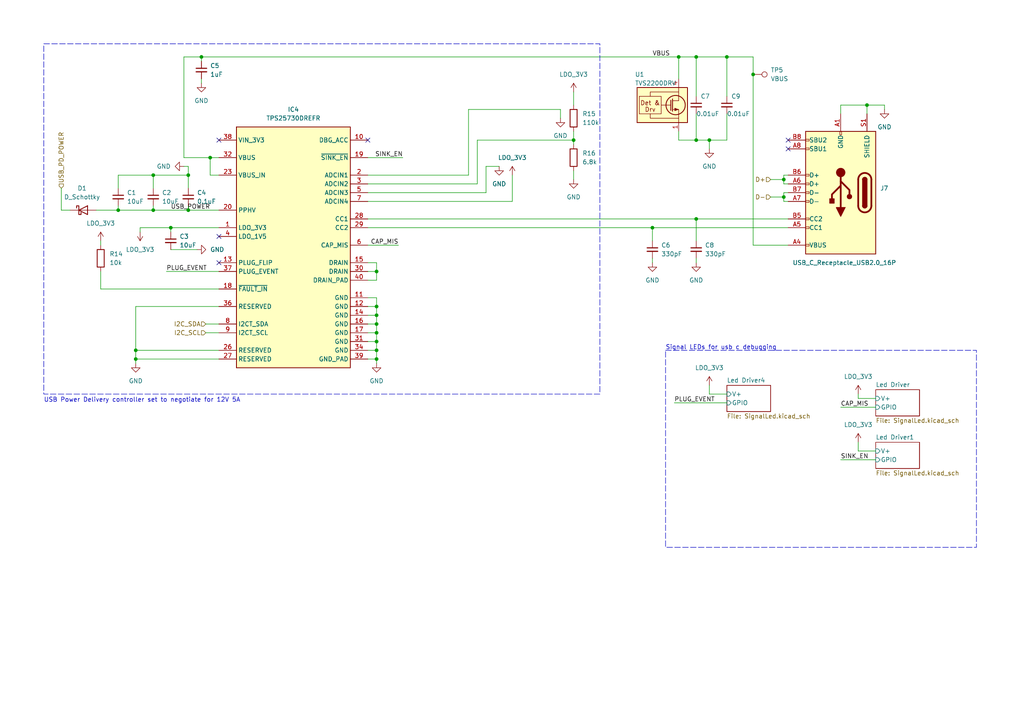
<source format=kicad_sch>
(kicad_sch (version 20230121) (generator eeschema)
  (paper "A4")
  (title_block (title "ESPHome All in One Dev kit"))
  (lib_symbols
    (symbol "ComponentSearch:LDO_3V3" (power) (pin_names (offset 0))
      (property "Value" "LDO_3V3" (at 0 3.556 0))
      (symbol "LDO_3V3_0_1"
        (polyline (pts (xy -0.762 1.27) (xy 0 2.54)))
        (polyline (pts (xy 0 0) (xy 0 2.54)))
        (polyline (pts (xy 0 2.54) (xy 0.762 1.27)))
      )
      (symbol "LDO_3V3_1_1"
        (pin power_in line (at 0 0 90) (length 0) hide (name "LDO_3V3") (number "1"))
      )
    )
    (symbol "ComponentSearch:TPS25730DREFR_updated"
      (property "Reference" "IC" (at 7.62 -17.78 0))
      (property "Value" "TPS25730DREFR" (at 7.62 -20.32 0))
      (symbol "TPS25730DREFR_updated_1_0"
        (pin passive line (at 2.54 -46.99 0) (length 2.54) hide (name "PPHV") (number "21"))
        (pin passive line (at 2.54 -46.99 0) (length 2.54) hide (name "PPHV") (number "22"))
        (pin passive line (at 2.54 -36.83 0) (length 2.54) hide (name "VBUS_IN") (number "24"))
        (pin passive line (at 2.54 -36.83 0) (length 2.54) hide (name "VBUS_IN") (number "25"))
        (pin passive line (at 2.54 -31.75 0) (length 2.54) hide (name "VBUS") (number "33"))
        (pin passive line (at 45.72 -87.63 180) (length 2.54) hide (name "GND") (number "35"))
        (pin passive line (at 2.54 -46.99 0) (length 2.54) hide (name "PPHV") (number "41"))
        (pin passive line (at 2.54 -36.83 0) (length 2.54) hide (name "VBUS_IN") (number "42"))
        (pin passive line (at 2.54 -31.75 0) (length 2.54) hide (name "VBUS") (number "43"))
        (pin passive line (at 45.72 -85.09 180) (length 2.54) hide (name "GND") (number "44"))
      )
      (symbol "TPS25730DREFR_updated_1_1"
        (rectangle (start 7.62 -22.86) (end 40.64 -92.71) (stroke (width 0.254)) (fill (type background)))
        (pin power_out line (at 2.54 -52.07 0) (length 5.08) (name "LDO_3V3") (number "1"))
        (pin passive line (at 45.72 -26.67 180) (length 5.08) (name "DBG_ACC") (number "10"))
        (pin passive line (at 45.72 -72.39 180) (length 5.08) (name "GND") (number "11"))
        (pin passive line (at 45.72 -74.93 180) (length 5.08) (name "GND") (number "12"))
        (pin passive line (at 2.54 -62.23 0) (length 5.08) (name "PLUG_FLIP") (number "13"))
        (pin passive line (at 45.72 -77.47 180) (length 5.08) (name "GND") (number "14"))
        (pin passive line (at 45.72 -62.23 180) (length 5.08) (name "DRAIN") (number "15"))
        (pin passive line (at 45.72 -80.01 180) (length 5.08) (name "GND") (number "16"))
        (pin passive line (at 45.72 -82.55 180) (length 5.08) (name "GND") (number "17"))
        (pin passive line (at 2.54 -69.85 0) (length 5.08) (name "~{FAULT_IN}") (number "18"))
        (pin passive line (at 45.72 -31.75 180) (length 5.08) (name "~{SINK_EN}") (number "19"))
        (pin passive line (at 45.72 -36.83 180) (length 5.08) (name "ADCIN1") (number "2"))
        (pin passive line (at 2.54 -46.99 0) (length 5.08) (name "PPHV") (number "20"))
        (pin passive line (at 2.54 -36.83 0) (length 5.08) (name "VBUS_IN") (number "23"))
        (pin passive line (at 2.54 -87.63 0) (length 5.08) (name "RESERVED") (number "26"))
        (pin passive line (at 2.54 -90.17 0) (length 5.08) (name "RESERVED") (number "27"))
        (pin passive line (at 45.72 -49.53 180) (length 5.08) (name "CC1") (number "28"))
        (pin passive line (at 45.72 -52.07 180) (length 5.08) (name "CC2") (number "29"))
        (pin passive line (at 45.72 -39.37 180) (length 5.08) (name "ADCIN2") (number "3"))
        (pin passive line (at 45.72 -64.77 180) (length 5.08) (name "DRAIN") (number "30"))
        (pin passive line (at 45.72 -85.09 180) (length 5.08) (name "GND") (number "31"))
        (pin passive line (at 2.54 -31.75 0) (length 5.08) (name "VBUS") (number "32"))
        (pin passive line (at 45.72 -87.63 180) (length 5.08) (name "GND") (number "34"))
        (pin passive line (at 2.54 -74.93 0) (length 5.08) (name "RESERVED") (number "36"))
        (pin passive line (at 2.54 -64.77 0) (length 5.08) (name "PLUG_EVENT") (number "37"))
        (pin passive line (at 2.54 -26.67 0) (length 5.08) (name "VIN_3V3") (number "38"))
        (pin passive line (at 45.72 -90.17 180) (length 5.08) (name "GND_PAD") (number "39"))
        (pin power_out line (at 2.54 -54.61 0) (length 5.08) (name "LDO_1V5") (number "4"))
        (pin passive line (at 45.72 -67.31 180) (length 5.08) (name "DRAIN_PAD") (number "40"))
        (pin passive line (at 45.72 -41.91 180) (length 5.08) (name "ADCIN3") (number "5"))
        (pin passive line (at 45.72 -57.15 180) (length 5.08) (name "CAP_MIS") (number "6"))
        (pin passive line (at 45.72 -44.45 180) (length 5.08) (name "ADCIN4") (number "7"))
        (pin passive line (at 2.54 -80.01 0) (length 5.08) (name "I2CT_SDA") (number "8"))
        (pin passive line (at 2.54 -82.55 0) (length 5.08) (name "I2CT_SCL") (number "9"))
      )
    )
    (symbol "Connector:TestPoint" (pin_numbers hide) (pin_names (offset 0.762) hide)
      (property "Reference" "TP" (at 0 6.858 0))
      (property "Value" "TestPoint" (at 0 5.08 0))
      (symbol "TestPoint_0_1"
        (circle (center 0 3.302) (radius 0.762))
      )
      (symbol "TestPoint_1_1"
        (pin passive line (at 0 0 90) (length 2.54) (name "1") (number "1"))
      )
    )
    (symbol "Connector:USB_C_Receptacle_USB2.0_16P" (pin_names (offset 1.016))
      (property "Reference" "J" (at 0 22.225 0))
      (property "Value" "USB_C_Receptacle_USB2.0_16P" (at 0 19.685 0))
      (symbol "USB_C_Receptacle_USB2.0_16P_0_0"
        (rectangle (start -0.254 -17.78) (end 0.254 -16.764))
        (rectangle (start 10.16 -14.986) (end 9.144 -15.494))
        (rectangle (start 10.16 -12.446) (end 9.144 -12.954))
        (rectangle (start 10.16 -4.826) (end 9.144 -5.334))
        (rectangle (start 10.16 -2.286) (end 9.144 -2.794))
        (rectangle (start 10.16 0.254) (end 9.144 -0.254))
        (rectangle (start 10.16 2.794) (end 9.144 2.286))
        (rectangle (start 10.16 7.874) (end 9.144 7.366))
        (rectangle (start 10.16 10.414) (end 9.144 9.906))
        (rectangle (start 10.16 15.494) (end 9.144 14.986))
      )
      (symbol "USB_C_Receptacle_USB2.0_16P_0_1"
        (rectangle (start -10.16 17.78) (end 10.16 -17.78) (stroke (width 0.254)) (fill (type background)))
        (arc (start -8.89 -3.81) (mid -6.985 -5.7067) (end -5.08 -3.81) (stroke (width 0.508)))
        (arc (start -7.62 -3.81) (mid -6.985 -4.4423) (end -6.35 -3.81) (stroke (width 0.254)))
        (arc (start -7.62 -3.81) (mid -6.985 -4.4423) (end -6.35 -3.81) (stroke (width 0.254)) (fill (type outline)))
        (rectangle (start -7.62 -3.81) (end -6.35 3.81) (stroke (width 0.254)) (fill (type outline)))
        (arc (start -6.35 3.81) (mid -6.985 4.4423) (end -7.62 3.81) (stroke (width 0.254)))
        (arc (start -6.35 3.81) (mid -6.985 4.4423) (end -7.62 3.81) (stroke (width 0.254)) (fill (type outline)))
        (arc (start -5.08 3.81) (mid -6.985 5.7067) (end -8.89 3.81) (stroke (width 0.508)))
        (circle (center -2.54 1.143) (radius 0.635) (stroke (width 0.254)) (fill (type outline)))
        (circle (center 0 -5.842) (radius 1.27) (fill (type outline)))
        (polyline (pts (xy -8.89 -3.81) (xy -8.89 3.81)) (stroke (width 0.508)))
        (polyline (pts (xy -5.08 3.81) (xy -5.08 -3.81)) (stroke (width 0.508)))
        (polyline (pts (xy 0 -5.842) (xy 0 4.318)) (stroke (width 0.508)))
        (polyline (pts (xy 0 -3.302) (xy -2.54 -0.762) (xy -2.54 0.508)) (stroke (width 0.508)))
        (polyline (pts (xy 0 -2.032) (xy 2.54 0.508) (xy 2.54 1.778)) (stroke (width 0.508)))
        (polyline (pts (xy -1.27 4.318) (xy 0 6.858) (xy 1.27 4.318) (xy -1.27 4.318)) (stroke (width 0.254)) (fill (type outline)))
        (rectangle (start 1.905 1.778) (end 3.175 3.048) (stroke (width 0.254)) (fill (type outline)))
      )
      (symbol "USB_C_Receptacle_USB2.0_16P_1_1"
        (pin passive line (at 0 -22.86 90) (length 5.08) (name "GND") (number "A1"))
        (pin passive line (at 0 -22.86 90) (length 5.08) hide (name "GND") (number "A12"))
        (pin passive line (at 15.24 15.24 180) (length 5.08) (name "VBUS") (number "A4"))
        (pin bidirectional line (at 15.24 10.16 180) (length 5.08) (name "CC1") (number "A5"))
        (pin bidirectional line (at 15.24 -2.54 180) (length 5.08) (name "D+") (number "A6"))
        (pin bidirectional line (at 15.24 2.54 180) (length 5.08) (name "D-") (number "A7"))
        (pin bidirectional line (at 15.24 -12.7 180) (length 5.08) (name "SBU1") (number "A8"))
        (pin passive line (at 15.24 15.24 180) (length 5.08) hide (name "VBUS") (number "A9"))
        (pin passive line (at 0 -22.86 90) (length 5.08) hide (name "GND") (number "B1"))
        (pin passive line (at 0 -22.86 90) (length 5.08) hide (name "GND") (number "B12"))
        (pin passive line (at 15.24 15.24 180) (length 5.08) hide (name "VBUS") (number "B4"))
        (pin bidirectional line (at 15.24 7.62 180) (length 5.08) (name "CC2") (number "B5"))
        (pin bidirectional line (at 15.24 -5.08 180) (length 5.08) (name "D+") (number "B6"))
        (pin bidirectional line (at 15.24 0 180) (length 5.08) (name "D-") (number "B7"))
        (pin bidirectional line (at 15.24 -15.24 180) (length 5.08) (name "SBU2") (number "B8"))
        (pin passive line (at 15.24 15.24 180) (length 5.08) hide (name "VBUS") (number "B9"))
        (pin passive line (at -7.62 -22.86 90) (length 5.08) (name "SHIELD") (number "S1"))
      )
    )
    (symbol "Device:C_Small" (pin_numbers hide) (pin_names (offset 0.254) hide)
      (property "Reference" "C" (at 0.254 1.778 0))
      (property "Value" "C_Small" (at 0.254 -2.032 0))
      (symbol "C_Small_0_1"
        (polyline (pts (xy -1.524 -0.508) (xy 1.524 -0.508)) (stroke (width 0.3302)))
        (polyline (pts (xy -1.524 0.508) (xy 1.524 0.508)) (stroke (width 0.3048)))
      )
      (symbol "C_Small_1_1"
        (pin passive line (at 0 2.54 270) (length 2.032) (name "~") (number "1"))
        (pin passive line (at 0 -2.54 90) (length 2.032) (name "~") (number "2"))
      )
    )
    (symbol "Device:D_Schottky" (pin_numbers hide) (pin_names (offset 1.016) hide)
      (property "Reference" "D" (at 0 2.54 0))
      (property "Value" "D_Schottky" (at 0 -2.54 0))
      (symbol "D_Schottky_0_1"
        (polyline (pts (xy 1.27 0) (xy -1.27 0)))
        (polyline (pts (xy 1.27 1.27) (xy 1.27 -1.27) (xy -1.27 0) (xy 1.27 1.27)) (stroke (width 0.254)))
        (polyline (pts (xy -1.905 0.635) (xy -1.905 1.27) (xy -1.27 1.27) (xy -1.27 -1.27) (xy -0.635 -1.27) (xy -0.635 -0.635)) (stroke (width 0.254)))
      )
      (symbol "D_Schottky_1_1"
        (pin passive line (at -3.81 0 0) (length 2.54) (name "K") (number "1"))
        (pin passive line (at 3.81 0 180) (length 2.54) (name "A") (number "2"))
      )
    )
    (symbol "Device:R" (pin_numbers hide) (pin_names (offset 0))
      (property "Reference" "R" (at 2.032 0 90))
      (property "Value" "R" (at 0 0 90))
      (symbol "R_0_1"
        (rectangle (start -1.016 -2.54) (end 1.016 2.54) (stroke (width 0.254)))
      )
      (symbol "R_1_1"
        (pin passive line (at 0 3.81 270) (length 1.27) (name "~") (number "1"))
        (pin passive line (at 0 -3.81 90) (length 1.27) (name "~") (number "2"))
      )
    )
    (symbol "Power_Protection:TVS2200DRV" (pin_names (offset 0) hide)
      (property "Reference" "U" (at 2.54 1.27 0))
      (property "Value" "TVS2200DRV" (at 2.54 -1.27 0))
      (symbol "TVS2200DRV_0_0"
        (rectangle (start -11.43 2.54) (end -5.08 -2.54))
        (polyline (pts (xy 0 1.27) (xy -1.778 1.27)))
        (polyline (pts (xy -8.255 -2.54) (xy -8.255 -3.81) (xy 0 -3.81)))
        (polyline (pts (xy -8.255 2.54) (xy -8.255 3.81) (xy 0 3.81)))
        (text "Det &" (at -8.255 0.635 0) (effects (font (size 1.27 1.27))))
        (text "Drv" (at -8.255 -1.27 0) (effects (font (size 1.27 1.27))))
      )
      (symbol "TVS2200DRV_0_1"
        (rectangle (start -12.065 5.08) (end 2.54 -5.08) (stroke (width 0.254)) (fill (type background)))
        (circle (center -0.889 0) (radius 2.794) (stroke (width 0.254)))
        (polyline (pts (xy -2.286 0) (xy -5.08 0)))
        (polyline (pts (xy -2.286 1.397) (xy -2.286 -1.524)) (stroke (width 0.254)))
        (polyline (pts (xy -1.778 1.778) (xy -1.778 -1.778)) (stroke (width 0.254)))
        (polyline (pts (xy 0 -2.54) (xy 0 -5.08)))
        (polyline (pts (xy 0 2.54) (xy 0 1.27)))
        (polyline (pts (xy 0 5.08) (xy 0 2.54)))
        (polyline (pts (xy 0 -2.54) (xy 0 -1.27) (xy -1.778 -1.27)))
        (polyline (pts (xy -0.127 -1.27) (xy -1.143 -1.651) (xy -1.143 -0.889) (xy -0.127 -1.27)) (fill (type outline)))
      )
      (symbol "TVS2200DRV_1_1"
        (pin power_in line (at 0 -7.62 90) (length 2.54) (name "GND") (number "1"))
        (pin passive line (at 0 -7.62 90) (length 2.54) hide (name "GND") (number "2"))
        (pin passive line (at 0 -7.62 90) (length 2.54) hide (name "GND") (number "3"))
        (pin passive line (at 0 7.62 270) (length 2.54) (name "IN") (number "4"))
        (pin passive line (at 0 7.62 270) (length 2.54) hide (name "IN") (number "5"))
        (pin passive line (at 0 7.62 270) (length 2.54) hide (name "IN") (number "6"))
        (pin passive line (at 0 -7.62 90) (length 2.54) hide (name "GND") (number "7"))
      )
    )
    (symbol "power:GND" (power) (pin_names (offset 0))
      (property "Value" "GND" (at 0 -3.81 0))
      (symbol "GND_0_1"
        (polyline (pts (xy 0 0) (xy 0 -1.27) (xy 1.27 -1.27) (xy 0 -2.54) (xy -1.27 -1.27) (xy 0 -1.27)))
      )
      (symbol "GND_1_1"
        (pin power_in line (at 0 0 270) (length 0) hide (name "GND") (number "1"))
      )
    )
  )
  (junction (at 60.96 45.72))
  (junction (at 196.85 16.51))
  (junction (at 54.61 50.8))
  (junction (at 109.22 96.52))
  (junction (at 49.53 66.04))
  (junction (at 218.44 21.59))
  (junction (at 109.22 104.14))
  (junction (at 109.22 93.98))
  (junction (at 201.93 16.51))
  (junction (at 166.37 40.64))
  (junction (at 39.37 104.14))
  (junction (at 39.37 101.6))
  (junction (at 34.29 60.96))
  (junction (at 44.45 60.96))
  (junction (at 109.22 88.9))
  (junction (at 210.82 16.51))
  (junction (at 189.23 66.04))
  (junction (at 201.93 63.5))
  (junction (at 227.33 52.07))
  (junction (at 201.93 40.64))
  (junction (at 44.45 50.8))
  (junction (at 58.42 16.51))
  (junction (at 109.22 99.06))
  (junction (at 109.22 78.74))
  (junction (at 54.61 60.96))
  (junction (at 227.33 57.15))
  (junction (at 109.22 101.6))
  (junction (at 109.22 91.44))
  (junction (at 251.46 30.48))
  (junction (at 205.74 40.64))
  (no_connect (at 228.6 40.64))
  (no_connect (at 63.5 40.64))
  (no_connect (at 228.6 43.18))
  (no_connect (at 63.5 68.58))
  (no_connect (at 63.5 76.2))
  (no_connect (at 106.68 40.64))
  (wire (pts (xy 135.89 31.75) (xy 162.56 31.75)))
  (wire (pts (xy 201.93 63.5) (xy 228.6 63.5)))
  (wire (pts (xy 196.85 16.51) (xy 201.93 16.51)))
  (wire (pts (xy 109.22 93.98) (xy 109.22 96.52)))
  (wire (pts (xy 109.22 104.14) (xy 109.22 105.41)))
  (wire (pts (xy 140.97 48.26) (xy 144.78 48.26)))
  (wire (pts (xy 243.84 30.48) (xy 251.46 30.48)))
  (wire (pts (xy 109.22 99.06) (xy 109.22 101.6)))
  (wire (pts (xy 106.68 99.06) (xy 109.22 99.06)))
  (wire (pts (xy 227.33 57.15) (xy 227.33 55.88)))
  (wire (pts (xy 109.22 86.36) (xy 109.22 88.9)))
  (wire (pts (xy 34.29 60.96) (xy 44.45 60.96)))
  (wire (pts (xy 106.68 86.36) (xy 109.22 86.36)))
  (wire (pts (xy 210.82 16.51) (xy 218.44 16.51)))
  (wire (pts (xy 205.74 114.3) (xy 210.82 114.3)))
  (wire (pts (xy 205.74 43.18) (xy 205.74 40.64)))
  (wire (pts (xy 109.22 101.6) (xy 109.22 104.14)))
  (wire (pts (xy 29.21 69.85) (xy 29.21 71.12)))
  (wire (pts (xy 140.97 55.88) (xy 140.97 48.26)))
  (wire (pts (xy 54.61 50.8) (xy 54.61 54.61)))
  (wire (pts (xy 248.92 130.81) (xy 254 130.81)))
  (wire (pts (xy 189.23 66.04) (xy 228.6 66.04)))
  (wire (pts (xy 44.45 59.69) (xy 44.45 60.96)))
  (wire (pts (xy 34.29 50.8) (xy 34.29 54.61)))
  (wire (pts (xy 106.68 91.44) (xy 109.22 91.44)))
  (wire (pts (xy 34.29 59.69) (xy 34.29 60.96)))
  (wire (pts (xy 54.61 50.8) (xy 54.61 48.26)))
  (wire (pts (xy 201.93 63.5) (xy 201.93 69.85)))
  (wire (pts (xy 196.85 40.64) (xy 196.85 38.1)))
  (wire (pts (xy 39.37 101.6) (xy 39.37 104.14)))
  (wire (pts (xy 227.33 52.07) (xy 227.33 50.8)))
  (wire (pts (xy 49.53 66.04) (xy 63.5 66.04)))
  (wire (pts (xy 39.37 104.14) (xy 39.37 105.41)))
  (wire (pts (xy 53.34 16.51) (xy 53.34 45.72)))
  (wire (pts (xy 189.23 66.04) (xy 189.23 69.85)))
  (wire (pts (xy 59.69 93.98) (xy 63.5 93.98)))
  (wire (pts (xy 227.33 50.8) (xy 228.6 50.8)))
  (wire (pts (xy 166.37 49.53) (xy 166.37 52.07)))
  (wire (pts (xy 58.42 16.51) (xy 58.42 17.78)))
  (wire (pts (xy 135.89 31.75) (xy 135.89 50.8)))
  (wire (pts (xy 109.22 81.28) (xy 106.68 81.28)))
  (wire (pts (xy 106.68 63.5) (xy 201.93 63.5)))
  (wire (pts (xy 201.93 16.51) (xy 210.82 16.51)))
  (wire (pts (xy 109.22 91.44) (xy 109.22 93.98)))
  (wire (pts (xy 109.22 78.74) (xy 109.22 81.28)))
  (wire (pts (xy 60.96 50.8) (xy 60.96 45.72)))
  (wire (pts (xy 109.22 96.52) (xy 109.22 99.06)))
  (wire (pts (xy 109.22 76.2) (xy 109.22 78.74)))
  (wire (pts (xy 63.5 88.9) (xy 39.37 88.9)))
  (wire (pts (xy 53.34 16.51) (xy 58.42 16.51)))
  (wire (pts (xy 248.92 128.27) (xy 248.92 130.81)))
  (wire (pts (xy 49.53 72.39) (xy 57.15 72.39)))
  (wire (pts (xy 196.85 16.51) (xy 196.85 22.86)))
  (wire (pts (xy 106.68 76.2) (xy 109.22 76.2)))
  (wire (pts (xy 228.6 58.42) (xy 227.33 58.42)))
  (wire (pts (xy 53.34 45.72) (xy 60.96 45.72)))
  (wire (pts (xy 256.54 30.48) (xy 256.54 31.75)))
  (wire (pts (xy 138.43 40.64) (xy 166.37 40.64)))
  (wire (pts (xy 39.37 101.6) (xy 63.5 101.6)))
  (wire (pts (xy 248.92 115.57) (xy 254 115.57)))
  (wire (pts (xy 166.37 26.67) (xy 166.37 30.48)))
  (wire (pts (xy 210.82 40.64) (xy 205.74 40.64)))
  (wire (pts (xy 227.33 53.34) (xy 227.33 52.07)))
  (wire (pts (xy 44.45 60.96) (xy 54.61 60.96)))
  (wire (pts (xy 210.82 33.02) (xy 210.82 40.64)))
  (wire (pts (xy 243.84 33.02) (xy 243.84 30.48)))
  (wire (pts (xy 34.29 50.8) (xy 44.45 50.8)))
  (wire (pts (xy 227.33 58.42) (xy 227.33 57.15)))
  (wire (pts (xy 106.68 78.74) (xy 109.22 78.74)))
  (wire (pts (xy 243.84 118.11) (xy 254 118.11)))
  (wire (pts (xy 106.68 104.14) (xy 109.22 104.14)))
  (wire (pts (xy 39.37 88.9) (xy 39.37 101.6)))
  (wire (pts (xy 59.69 96.52) (xy 63.5 96.52)))
  (wire (pts (xy 162.56 31.75) (xy 162.56 34.29)))
  (wire (pts (xy 58.42 22.86) (xy 58.42 24.13)))
  (wire (pts (xy 49.53 66.04) (xy 49.53 67.31)))
  (wire (pts (xy 228.6 71.12) (xy 218.44 71.12)))
  (wire (pts (xy 227.33 55.88) (xy 228.6 55.88)))
  (wire (pts (xy 148.59 58.42) (xy 106.68 58.42)))
  (wire (pts (xy 40.64 66.04) (xy 49.53 66.04)))
  (wire (pts (xy 39.37 104.14) (xy 63.5 104.14)))
  (wire (pts (xy 251.46 33.02) (xy 251.46 30.48)))
  (wire (pts (xy 218.44 21.59) (xy 218.44 16.51)))
  (wire (pts (xy 29.21 78.74) (xy 29.21 83.82)))
  (wire (pts (xy 106.68 93.98) (xy 109.22 93.98)))
  (wire (pts (xy 223.52 52.07) (xy 227.33 52.07)))
  (wire (pts (xy 54.61 48.26) (xy 53.34 48.26)))
  (wire (pts (xy 135.89 50.8) (xy 106.68 50.8)))
  (wire (pts (xy 138.43 53.34) (xy 106.68 53.34)))
  (wire (pts (xy 166.37 38.1) (xy 166.37 40.64)))
  (wire (pts (xy 54.61 60.96) (xy 63.5 60.96)))
  (wire (pts (xy 166.37 40.64) (xy 166.37 41.91)))
  (wire (pts (xy 248.92 114.3) (xy 248.92 115.57)))
  (wire (pts (xy 228.6 53.34) (xy 227.33 53.34)))
  (wire (pts (xy 106.68 45.72) (xy 116.84 45.72)))
  (wire (pts (xy 106.68 71.12) (xy 115.57 71.12)))
  (wire (pts (xy 106.68 88.9) (xy 109.22 88.9)))
  (wire (pts (xy 109.22 88.9) (xy 109.22 91.44)))
  (wire (pts (xy 205.74 111.76) (xy 205.74 114.3)))
  (wire (pts (xy 195.58 116.84) (xy 210.82 116.84)))
  (wire (pts (xy 201.93 33.02) (xy 201.93 40.64)))
  (wire (pts (xy 54.61 59.69) (xy 54.61 60.96)))
  (wire (pts (xy 58.42 16.51) (xy 196.85 16.51)))
  (wire (pts (xy 106.68 101.6) (xy 109.22 101.6)))
  (wire (pts (xy 27.94 60.96) (xy 34.29 60.96)))
  (wire (pts (xy 138.43 40.64) (xy 138.43 53.34)))
  (wire (pts (xy 223.52 57.15) (xy 227.33 57.15)))
  (wire (pts (xy 201.93 74.93) (xy 201.93 76.2)))
  (wire (pts (xy 17.78 60.96) (xy 20.32 60.96)))
  (wire (pts (xy 29.21 83.82) (xy 63.5 83.82)))
  (wire (pts (xy 148.59 58.42) (xy 148.59 50.8)))
  (wire (pts (xy 44.45 50.8) (xy 44.45 54.61)))
  (wire (pts (xy 196.85 40.64) (xy 201.93 40.64)))
  (wire (pts (xy 63.5 50.8) (xy 60.96 50.8)))
  (wire (pts (xy 201.93 16.51) (xy 201.93 27.94)))
  (wire (pts (xy 189.23 74.93) (xy 189.23 76.2)))
  (wire (pts (xy 17.78 54.61) (xy 17.78 60.96)))
  (wire (pts (xy 210.82 16.51) (xy 210.82 27.94)))
  (wire (pts (xy 48.26 78.74) (xy 63.5 78.74)))
  (wire (pts (xy 44.45 50.8) (xy 54.61 50.8)))
  (wire (pts (xy 40.64 66.04) (xy 40.64 67.31)))
  (wire (pts (xy 201.93 40.64) (xy 205.74 40.64)))
  (wire (pts (xy 60.96 45.72) (xy 63.5 45.72)))
  (wire (pts (xy 251.46 30.48) (xy 256.54 30.48)))
  (wire (pts (xy 106.68 66.04) (xy 189.23 66.04)))
  (wire (pts (xy 140.97 55.88) (xy 106.68 55.88)))
  (wire (pts (xy 218.44 71.12) (xy 218.44 21.59)))
  (wire (pts (xy 106.68 96.52) (xy 109.22 96.52)))
  (wire (pts (xy 243.84 133.35) (xy 254 133.35)))
  (rectangle (start 193.04 101.6) (end 283.21 158.75) (stroke (width 0) (type dash)))
  (rectangle (start 12.7 12.7) (end 173.99 114.3) (stroke (width 0) (type dash)))
  (text "Signal LEDs for usb c debugging" (at 193.04 101.6 0) (effects (font (size 1.27 1.27)) (justify left bottom)))
  (text "USB Power Delivery controller set to negotiate for 12V 5A" (at 12.7 116.84 0) (effects (font (size 1.27 1.27)) (justify left bottom)))
  (label "USB_POWER" (at 60.96 60.96 180))
  (label "CAP_MIS" (at 115.57 71.12 180))
  (label "SINK_EN" (at 243.84 133.35 0))
  (label "PLUG_EVENT" (at 195.58 116.84 0))
  (label "PLUG_EVENT" (at 48.26 78.74 0))
  (label "CAP_MIS" (at 243.84 118.11 0))
  (label "SINK_EN" (at 116.84 45.72 180))
  (label "VBUS" (at 189.23 16.51 0))
  (hierarchical_label "D+" (shape input) (at 223.52 52.07 180))
  (hierarchical_label "D-" (shape input) (at 223.52 57.15 180))
  (hierarchical_label "I2C_SCL" (shape input) (at 59.69 96.52 180))
  (hierarchical_label "USB_PD_POWER" (shape input) (at 17.78 54.61 90))
  (hierarchical_label "I2C_SDA" (shape input) (at 59.69 93.98 180))
  (symbol (lib_id "Device:C_Small") (at 44.45 57.15 0) (unit 1)
    (property "Reference" "C2" (at 46.99 55.8863 0) (effects (justify left)))
    (property "Value" "10uF" (at 46.99 58.4263 0) (effects (justify left)))
    (property "Footprint" "Capacitor_SMD:C_0805_2012Metric" (effects hide))
  )
  (symbol (lib_id "Connector:USB_C_Receptacle_USB2.0_16P") (at 243.84 55.88 180) (unit 1)
    (property "Reference" "J7" (at 255.27 54.61 0) (effects (justify right)))
    (property "Value" "USB_C_Receptacle_USB2.0_16P" (at 229.87 76.2 0) (effects (justify right)))
    (property "Footprint" "Connector_USB:USB_C_Receptacle_G-Switch_GT-USB-7010ASV" (effects hide))
    (property "Datasheet" "https://www.usb.org/sites/default/files/documents/usb_type-c.zip" (effects hide))
  )
  (symbol (lib_id "ComponentSearch:LDO_3V3") (at 40.64 67.31 180) (unit 1)
    (property "Reference" "#PWR045" (effects hide))
    (property "Value" "LDO_3V3" (at 40.64 72.39 0))
  )
  (symbol (lib_id "Device:R") (at 29.21 74.93 0) (unit 1)
    (property "Reference" "R14" (at 31.75 73.66 0) (effects (justify left)))
    (property "Value" "10k" (at 31.75 76.2 0) (effects (justify left)))
    (property "Footprint" "Resistor_SMD:R_0805_2012Metric" (effects hide))
  )
  (symbol (lib_id "power:GND") (at 53.34 48.26 270) (unit 1)
    (property "Reference" "#PWR046" (effects hide))
    (property "Value" "GND" (at 49.53 48.26 90) (effects (justify right)))
  )
  (symbol (lib_id "power:GND") (at 162.56 34.29 0) (unit 1)
    (property "Reference" "#PWR052" (effects hide))
    (property "Value" "GND" (at 162.56 39.37 0))
  )
  (symbol (lib_id "ComponentSearch:LDO_3V3") (at 205.74 111.76 0) (unit 1)
    (property "Reference" "#PWR059" (effects hide))
    (property "Value" "LDO_3V3" (at 205.74 106.68 0))
  )
  (symbol (lib_id "ComponentSearch:LDO_3V3") (at 148.59 50.8 0) (unit 1)
    (property "Reference" "#PWR051" (effects hide))
    (property "Value" "LDO_3V3" (at 148.59 45.72 0))
  )
  (symbol (lib_id "Device:C_Small") (at 34.29 57.15 0) (unit 1)
    (property "Reference" "C1" (at 36.83 55.8863 0) (effects (justify left)))
    (property "Value" "10uF" (at 36.83 58.4263 0) (effects (justify left)))
    (property "Footprint" "Capacitor_SMD:C_0805_2012Metric" (effects hide))
  )
  (symbol (lib_id "ComponentSearch:TPS25730DREFR_updated") (at 60.96 13.97 0) (unit 1)
    (property "Reference" "IC4" (at 85.09 31.75 0))
    (property "Value" "TPS25730DREFR" (at 85.09 34.29 0))
    (property "Footprint" "ComponentSearch:TPS25730DREFR" (effects hide))
    (property "Datasheet" "https://www.ti.com/lit/ds/symlink/tps25730.pdf?ts=1707773923998&ref_url=https%253A%252F%252Fwww.mouser.at%252F" (effects hide))
    (property "Height" "0.8" (effects hide))
    (property "Manufacturer_Name" "Texas Instruments" (effects hide))
    (property "Manufacturer_Part_Number" "TPS25730DREFR" (effects hide))
  )
  (symbol (lib_id "power:GND") (at 57.15 72.39 90) (unit 1)
    (property "Reference" "#PWR047" (effects hide))
    (property "Value" "GND" (at 60.96 72.39 90) (effects (justify right)))
  )
  (symbol (lib_id "ComponentSearch:LDO_3V3") (at 248.92 114.3 0) (unit 1)
    (property "Reference" "#PWR060" (effects hide))
    (property "Value" "LDO_3V3" (at 248.92 109.22 0))
  )
  (symbol (lib_id "power:GND") (at 189.23 76.2 0) (unit 1)
    (property "Reference" "#PWR055" (effects hide))
    (property "Value" "GND" (at 189.23 81.28 0))
  )
  (symbol (lib_id "Device:C_Small") (at 49.53 69.85 0) (unit 1)
    (property "Reference" "C3" (at 52.07 68.5863 0) (effects (justify left)))
    (property "Value" "10uF" (at 52.07 71.1263 0) (effects (justify left)))
    (property "Footprint" "Capacitor_SMD:C_0805_2012Metric" (effects hide))
  )
  (symbol (lib_id "Device:C_Small") (at 58.42 20.32 0) (unit 1)
    (property "Reference" "C5" (at 60.96 19.0563 0) (effects (justify left)))
    (property "Value" "1uF" (at 60.96 21.5963 0) (effects (justify left)))
    (property "Footprint" "Capacitor_SMD:C_0805_2012Metric" (effects hide))
  )
  (symbol (lib_id "power:GND") (at 256.54 31.75 0) (unit 1)
    (property "Reference" "#PWR063" (effects hide))
    (property "Value" "GND" (at 256.54 36.83 0))
  )
  (symbol (lib_id "power:GND") (at 58.42 24.13 0) (unit 1)
    (property "Reference" "#PWR048" (effects hide))
    (property "Value" "GND" (at 58.42 29.21 0))
  )
  (symbol (lib_id "Connector:TestPoint") (at 218.44 21.59 270) (unit 1)
    (property "Reference" "TP5" (at 223.52 20.32 90) (effects (justify left)))
    (property "Value" "VBUS" (at 223.52 22.86 90) (effects (justify left)))
    (property "Footprint" "TestPoint:TestPoint_Loop_D2.60mm_Drill1.4mm_Beaded" (effects hide))
  )
  (symbol (lib_id "power:GND") (at 166.37 52.07 0) (unit 1)
    (property "Reference" "#PWR054" (effects hide))
    (property "Value" "GND" (at 166.37 57.15 0))
  )
  (symbol (lib_id "power:GND") (at 205.74 43.18 0) (unit 1)
    (property "Reference" "#PWR057" (effects hide))
    (property "Value" "GND" (at 205.74 48.26 0))
  )
  (symbol (lib_id "power:GND") (at 39.37 105.41 0) (unit 1)
    (property "Reference" "#PWR044" (effects hide))
    (property "Value" "GND" (at 39.37 110.49 0))
  )
  (symbol (lib_id "Device:C_Small") (at 189.23 72.39 0) (unit 1)
    (property "Reference" "C6" (at 191.77 71.1263 0) (effects (justify left)))
    (property "Value" "330pF" (at 191.77 73.6663 0) (effects (justify left)))
    (property "Footprint" "Capacitor_SMD:C_0805_2012Metric" (effects hide))
  )
  (symbol (lib_id "Device:D_Schottky") (at 24.13 60.96 0) (unit 1)
    (property "Reference" "D1" (at 23.8125 54.61 0))
    (property "Value" "D_Schottky" (at 23.8125 57.15 0))
    (property "Footprint" "Diode_SMD:D_SMA" (effects hide))
  )
  (symbol (lib_id "Device:C_Small") (at 201.93 30.48 0) (unit 1)
    (property "Reference" "C7" (at 203.2 27.94 0) (effects (justify left)))
    (property "Value" "0.01uF" (at 201.93 33.02 0) (effects (justify left)))
    (property "Footprint" "Capacitor_SMD:C_0805_2012Metric" (effects hide))
  )
  (symbol (lib_id "ComponentSearch:LDO_3V3") (at 248.92 128.27 0) (unit 1)
    (property "Reference" "#PWR061" (effects hide))
    (property "Value" "LDO_3V3" (at 248.92 123.19 0))
  )
  (symbol (lib_id "power:GND") (at 201.93 76.2 0) (unit 1)
    (property "Reference" "#PWR056" (effects hide))
    (property "Value" "GND" (at 201.93 81.28 0))
  )
  (symbol (lib_id "Device:C_Small") (at 210.82 30.48 0) (unit 1)
    (property "Reference" "C9" (at 212.09 27.94 0) (effects (justify left)))
    (property "Value" "0.01uF" (at 210.82 33.02 0) (effects (justify left)))
    (property "Footprint" "Capacitor_SMD:C_0805_2012Metric" (effects hide))
  )
  (symbol (lib_id "Power_Protection:TVS2200DRV") (at 196.85 30.48 0) (unit 1)
    (property "Reference" "U1" (at 184.15 21.59 0) (effects (justify left)))
    (property "Value" "TVS2200DRV" (at 184.15 24.13 0) (effects (justify left)))
    (property "Footprint" "Package_SON:WSON-6-1EP_2x2mm_P0.65mm_EP1x1.6mm" (effects hide))
    (property "Datasheet" "http://www.ti.com/lit/ds/symlink/tvs2200.pdf" (effects hide))
  )
  (symbol (lib_id "Device:C_Small") (at 201.93 72.39 0) (unit 1)
    (property "Reference" "C8" (at 204.47 71.1263 0) (effects (justify left)))
    (property "Value" "330pF" (at 204.47 73.6663 0) (effects (justify left)))
    (property "Footprint" "Capacitor_SMD:C_0805_2012Metric" (effects hide))
  )
  (symbol (lib_id "power:GND") (at 109.22 105.41 0) (unit 1)
    (property "Reference" "#PWR049" (effects hide))
    (property "Value" "GND" (at 109.22 110.49 0))
  )
  (symbol (lib_id "power:GND") (at 144.78 48.26 0) (unit 1)
    (property "Reference" "#PWR050" (effects hide))
    (property "Value" "GND" (at 144.78 53.34 0))
  )
  (symbol (lib_id "ComponentSearch:LDO_3V3") (at 29.21 69.85 0) (unit 1)
    (property "Reference" "#PWR043" (effects hide))
    (property "Value" "LDO_3V3" (at 29.21 64.77 0))
  )
  (symbol (lib_id "Device:C_Small") (at 54.61 57.15 0) (unit 1)
    (property "Reference" "C4" (at 57.15 55.8863 0) (effects (justify left)))
    (property "Value" "0.1uF" (at 57.15 58.4263 0) (effects (justify left)))
    (property "Footprint" "Capacitor_SMD:C_0805_2012Metric" (effects hide))
  )
  (symbol (lib_id "Device:R") (at 166.37 34.29 0) (unit 1)
    (property "Reference" "R15" (at 168.91 33.02 0) (effects (justify left)))
    (property "Value" "110k" (at 168.91 35.56 0) (effects (justify left)))
    (property "Footprint" "Resistor_SMD:R_0805_2012Metric" (effects hide))
  )
  (symbol (lib_id "ComponentSearch:LDO_3V3") (at 166.37 26.67 0) (unit 1)
    (property "Reference" "#PWR053" (effects hide))
    (property "Value" "LDO_3V3" (at 166.37 21.59 0))
  )
  (symbol (lib_id "Device:R") (at 166.37 45.72 0) (unit 1)
    (property "Reference" "R16" (at 168.91 44.45 0) (effects (justify left)))
    (property "Value" "6.8k" (at 168.91 46.99 0) (effects (justify left)))
    (property "Footprint" "Resistor_SMD:R_0805_2012Metric" (effects hide))
  )
  (sheet (at 210.82 111.76) (size 12.7 7.62) (stroke (width 0.1524))
    (property "Sheetname" "Led Driver4" (at 210.82 111.0484 0) (effects (justify left bottom)))
    (property "Sheetfile" "SignalLed.kicad_sch" (at 210.82 119.9646 0) (effects (justify left top)))
    (pin "GPIO" input (at 210.82 116.84 180))
    (pin "V+" input (at 210.82 114.3 180))
  )
  (sheet (at 254 113.03) (size 12.7 7.62) (stroke (width 0.1524))
    (property "Sheetname" "Led Driver" (at 254 112.3184 0) (effects (justify left bottom)))
    (property "Sheetfile" "SignalLed.kicad_sch" (at 254 121.2346 0) (effects (justify left top)))
    (pin "GPIO" input (at 254 118.11 180))
    (pin "V+" input (at 254 115.57 180))
  )
  (sheet (at 254 128.27) (size 12.7 7.62) (stroke (width 0.1524))
    (property "Sheetname" "Led Driver1" (at 254 127.5584 0) (effects (justify left bottom)))
    (property "Sheetfile" "SignalLed.kicad_sch" (at 254 136.4746 0) (effects (justify left top)))
    (pin "GPIO" input (at 254 133.35 180))
    (pin "V+" input (at 254 130.81 180))
  )
)
</source>
